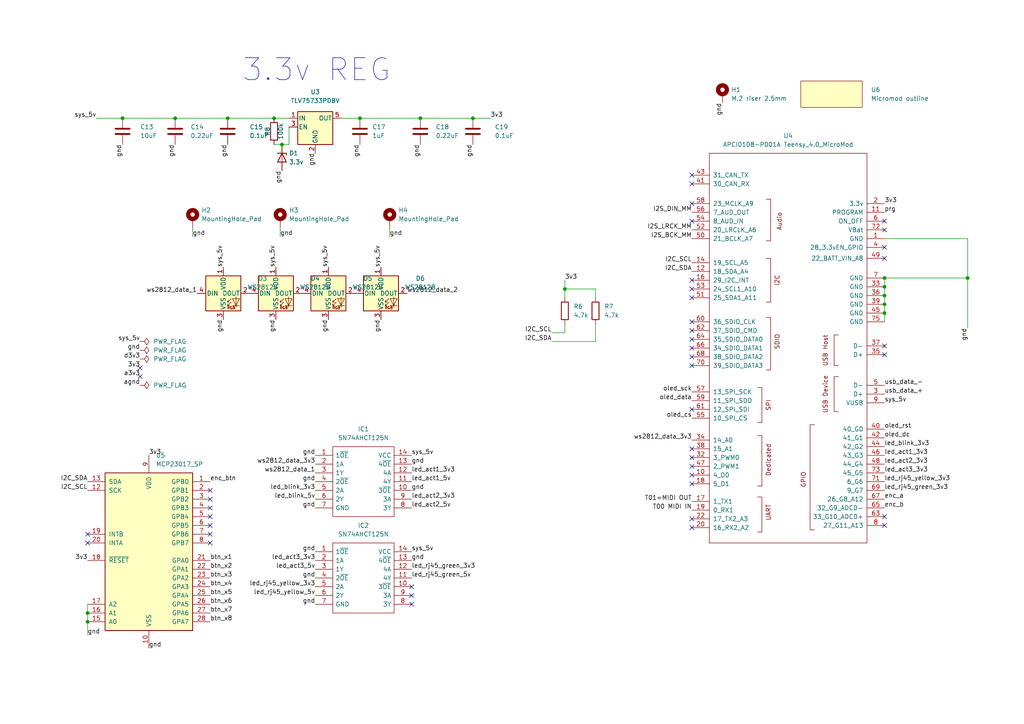
<source format=kicad_sch>
(kicad_sch (version 20211123) (generator eeschema)
  (paper "A4")
  (junction (at -33.02 82.55))
  (junction (at -76.2 153.67))
  (junction (at -30.48 25.4))
  (junction (at 81.788 41.91))
  (junction (at -21.59 90.17))
  (junction (at 25.4 180.34))
  (junction (at 25.4 177.8))
  (junction (at 104.394 34.29))
  (junction (at -30.48 57.15))
  (junction (at 79.502 34.29))
  (junction (at 163.83 83.82))
  (junction (at 121.92 34.29))
  (junction (at -100.33 25.4))
  (junction (at 35.56 34.29))
  (junction (at 256.54 88.265))
  (junction (at -48.26 25.4))
  (junction (at -86.36 74.93))
  (junction (at -21.59 82.55))
  (junction (at 50.8 34.29))
  (junction (at -93.98 25.4))
  (junction (at 256.54 85.725))
  (junction (at -33.02 74.93))
  (junction (at 256.54 90.805))
  (junction (at 280.67 80.645))
  (junction (at 137.16 34.29))
  (junction (at -69.85 161.29))
  (junction (at -109.22 156.21))
  (junction (at -109.22 163.83))
  (junction (at -86.36 69.85))
  (junction (at 256.54 83.185))
  (junction (at -25.4 25.4))
  (junction (at -36.83 54.61))
  (junction (at 66.04 34.29))
  (junction (at 256.54 80.645))
  (no_connect (at 200.66 132.715))
  (no_connect (at 256.54 64.135))
  (no_connect (at 200.66 50.8))
  (no_connect (at 256.54 66.675))
  (no_connect (at 60.96 154.94))
  (no_connect (at 60.96 157.48))
  (no_connect (at 200.66 59.055))
  (no_connect (at 200.66 137.795))
  (no_connect (at 25.4 157.48))
  (no_connect (at 25.4 154.94))
  (no_connect (at 200.66 153.035))
  (no_connect (at 200.66 86.36))
  (no_connect (at 119.38 170.18))
  (no_connect (at 60.96 152.4))
  (no_connect (at 200.66 106.045))
  (no_connect (at 200.66 103.505))
  (no_connect (at -81.28 156.21))
  (no_connect (at 200.66 135.255))
  (no_connect (at 200.66 100.965))
  (no_connect (at 119.38 172.72))
  (no_connect (at 256.54 102.87))
  (no_connect (at 256.54 74.93))
  (no_connect (at 200.66 95.885))
  (no_connect (at 200.66 83.82))
  (no_connect (at 256.54 149.86))
  (no_connect (at 200.66 140.335))
  (no_connect (at 200.66 118.745))
  (no_connect (at 60.96 149.86))
  (no_connect (at 200.66 81.28))
  (no_connect (at -77.47 62.23))
  (no_connect (at 40.64 106.68))
  (no_connect (at 60.96 142.24))
  (no_connect (at 200.66 93.345))
  (no_connect (at 256.54 152.4))
  (no_connect (at 200.66 150.495))
  (no_connect (at 119.38 175.26))
  (no_connect (at 60.96 147.32))
  (no_connect (at 200.66 98.425))
  (no_connect (at 200.66 53.34))
  (no_connect (at 40.64 109.22))
  (no_connect (at 256.54 100.33))
  (no_connect (at 200.66 130.175))
  (no_connect (at 60.96 144.78))
  (no_connect (at 200.66 64.135))
  (no_connect (at 256.54 71.755))
  (wire (pts (xy 121.92 34.29) (xy 104.394 34.29)))
  (wire (pts (xy -48.26 91.44) (xy -48.26 85.09)))
  (wire (pts (xy -48.26 25.4) (xy -48.26 27.94)))
  (wire (pts (xy -109.22 163.83) (xy -98.425 163.83)))
  (wire (pts (xy 25.4 180.34) (xy 25.4 184.15)))
  (wire (pts (xy -30.48 57.15) (xy -30.48 59.69)))
  (wire (pts (xy -81.28 163.83) (xy -78.74 163.83)))
  (wire (pts (xy -33.02 90.17) (xy -21.59 90.17)))
  (wire (pts (xy 79.502 34.29) (xy 83.82 34.29)))
  (wire (pts (xy -81.28 161.29) (xy -69.85 161.29)))
  (wire (pts (xy 81.28 68.58) (xy 81.28 66.04)))
  (wire (pts (xy -67.31 91.44) (xy -48.26 91.44)))
  (wire (pts (xy 256.54 85.725) (xy 256.54 88.265)))
  (wire (pts (xy 113.03 68.58) (xy 113.03 66.04)))
  (wire (pts (xy -21.59 82.55) (xy -33.02 82.55)))
  (wire (pts (xy -109.22 156.21) (xy -96.52 156.21)))
  (wire (pts (xy 256.54 80.645) (xy 280.67 80.645)))
  (wire (pts (xy -52.07 69.85) (xy -48.26 69.85)))
  (wire (pts (xy -36.83 54.61) (xy -36.83 59.69)))
  (wire (pts (xy -69.85 161.29) (xy -67.945 161.29)))
  (wire (pts (xy -98.425 163.83) (xy -98.425 161.29)))
  (wire (pts (xy -52.07 74.93) (xy -33.02 74.93)))
  (wire (pts (xy -76.2 153.67) (xy -67.31 153.67)))
  (wire (pts (xy 50.8 34.29) (xy 66.04 34.29)))
  (wire (pts (xy -81.28 153.67) (xy -76.2 153.67)))
  (wire (pts (xy -33.02 25.4) (xy -30.48 25.4)))
  (wire (pts (xy 104.394 34.29) (xy 99.06 34.29)))
  (wire (pts (xy 137.16 34.29) (xy 121.92 34.29)))
  (wire (pts (xy 172.72 83.82) (xy 163.83 83.82)))
  (wire (pts (xy 172.72 99.06) (xy 172.72 93.98)))
  (wire (pts (xy -44.45 54.61) (xy -36.83 54.61)))
  (wire (pts (xy -36.83 54.61) (xy -36.83 52.07)))
  (wire (pts (xy -100.33 25.4) (xy -93.98 25.4)))
  (wire (pts (xy -83.82 54.61) (xy -77.47 54.61)))
  (wire (pts (xy -86.36 67.31) (xy -77.47 67.31)))
  (wire (pts (xy -86.36 74.93) (xy -77.47 74.93)))
  (wire (pts (xy -86.36 69.85) (xy -86.36 74.93)))
  (wire (pts (xy 83.82 41.91) (xy 81.788 41.91)))
  (wire (pts (xy 172.72 86.36) (xy 172.72 83.82)))
  (wire (pts (xy -52.07 77.47) (xy -48.26 77.47)))
  (wire (pts (xy 160.02 96.52) (xy 163.83 96.52)))
  (wire (pts (xy -120.65 163.83) (xy -109.22 163.83)))
  (wire (pts (xy 256.54 83.185) (xy 256.54 85.725)))
  (wire (pts (xy 25.4 175.26) (xy 25.4 177.8)))
  (wire (pts (xy -30.48 57.15) (xy -25.4 57.15)))
  (wire (pts (xy -98.425 161.29) (xy -96.52 161.29)))
  (wire (pts (xy 256.54 90.805) (xy 256.54 93.345)))
  (wire (pts (xy 25.4 177.8) (xy 25.4 180.34)))
  (wire (pts (xy -80.01 72.39) (xy -77.47 72.39)))
  (wire (pts (xy 256.54 88.265) (xy 256.54 90.805)))
  (wire (pts (xy -36.83 52.07) (xy -25.4 52.07)))
  (wire (pts (xy -86.36 69.85) (xy -77.47 69.85)))
  (wire (pts (xy 163.83 81.28) (xy 163.83 83.82)))
  (wire (pts (xy -113.03 156.21) (xy -109.22 156.21)))
  (wire (pts (xy -39.37 82.55) (xy -33.02 82.55)))
  (wire (pts (xy -33.02 74.93) (xy -21.59 74.93)))
  (wire (pts (xy 160.02 99.06) (xy 172.72 99.06)))
  (wire (pts (xy 137.16 34.29) (xy 142.24 34.29)))
  (wire (pts (xy -67.31 82.55) (xy -67.31 91.44)))
  (wire (pts (xy -44.45 57.15) (xy -30.48 57.15)))
  (wire (pts (xy -52.07 25.4) (xy -48.26 25.4)))
  (wire (pts (xy 256.54 80.645) (xy 256.54 83.185)))
  (wire (pts (xy 81.788 41.91) (xy 79.502 41.91)))
  (wire (pts (xy -83.82 59.69) (xy -77.47 59.69)))
  (wire (pts (xy -78.74 163.83) (xy -78.74 168.91)))
  (wire (pts (xy -10.16 90.17) (xy -21.59 90.17)))
  (wire (pts (xy 256.54 69.215) (xy 280.67 69.215)))
  (wire (pts (xy 66.04 34.29) (xy 79.502 34.29)))
  (wire (pts (xy -83.82 57.15) (xy -77.47 57.15)))
  (wire (pts (xy -30.48 25.4) (xy -25.4 25.4)))
  (wire (pts (xy -86.36 74.93) (xy -86.36 81.28)))
  (wire (pts (xy 280.67 80.645) (xy 280.67 95.123)))
  (wire (pts (xy 163.83 96.52) (xy 163.83 93.98)))
  (wire (pts (xy -15.24 25.4) (xy -25.4 25.4)))
  (wire (pts (xy 35.56 34.29) (xy 50.8 34.29)))
  (wire (pts (xy 163.83 83.82) (xy 163.83 86.36)))
  (wire (pts (xy 55.88 68.58) (xy 55.88 66.04)))
  (wire (pts (xy -104.14 25.4) (xy -100.33 25.4)))
  (wire (pts (xy 280.67 69.215) (xy 280.67 80.645)))
  (wire (pts (xy 27.94 34.29) (xy 35.56 34.29)))
  (wire (pts (xy 83.82 36.83) (xy 83.82 41.91)))
  (wire (pts (xy -52.07 62.23) (xy -48.26 62.23)))
  (wire (pts (xy -86.36 67.31) (xy -86.36 69.85)))
  (text "power nets:\n- gnd\n- 3v3\n- sys_5v\n- usb_5v\n\n- agnd\n- a3v3" (at -59.69 262.89 0) (effects (font (size 4 4)) (justify left bottom)))
  (text "led+midi" (at 82.55 233.68 0) (effects (font (size 5 5)) (justify left bottom)))
  (text "MAIN TOP\n\nadd test points\ndouble-check" (at -2.54 -10.16 0) (effects (font (size 5 5) (thickness 1) bold) (justify left bottom)))
  (text "oled" (at 6.35 233.68 0) (effects (font (size 5 5)) (justify left bottom)))
  (text "pwr+usb" (at 38.1 233.68 0) (effects (font (size 5 5)) (justify left bottom)))
  (text "ws2812b flow:\n\nteensy3v3 > 125n >_1-> onboard leds >_2>tobottom" (at 62.23 280.67 0) (effects (font (size 1.27 1.27)) (justify left bottom)))
  (text "MIDI IN" (at -111.76 146.05 0) (effects (font (size 5.08 5.08)) (justify left bottom)))
  (text "audio" (at 173.99 229.87 0) (effects (font (size 5 5)) (justify left bottom)))
  (text "to bottom" (at 71.12 219.71 0) (effects (font (size 5 5)) (justify left bottom)))
  (text "MIDI OUT" (at -41.91 153.035 0) (effects (font (size 5.08 5.08)) (justify left bottom)))
  (text "3.3v REG" (at 70.104 24.13 0) (effects (font (size 6.35 6.35)) (justify left bottom)))
  (text "DAC - PCM5102A" (at -109.22 12.7 0) (effects (font (size 6.35 6.35)) (justify left bottom)))
  (text "GND DIN pin is NC" (at -127 171.45 0) (effects (font (size 2 2)) (justify left bottom)))
  (text "buttons" (at 128.27 224.79 0) (effects (font (size 5 5)) (justify left bottom)))
  (label "led_rj45_green_5v" (at 119.38 167.64 0))
  (label "I2S_LRCK_MM" (at -91.44 54.61 180))
  (label "led_rj45_yellow_3v3" (at 91.44 170.18 180))
  (label "3v3" (at 256.54 59.055 0))
  (label "gnd" (at 11.43 237.49 180))
  (label "oled_rst" (at 256.54 124.46 0))
  (label "enc_btn" (at 138.43 251.46 180))
  (label "gnd" (at 110.49 92.71 270))
  (label "gnd" (at 40.64 101.6 180))
  (label "gnd" (at 119.38 142.24 0))
  (label "I2C_SCL" (at 200.66 76.2 180))
  (label "gnd" (at 81.788 49.53 270))
  (label "gnd" (at 91.44 132.08 180))
  (label "agnd" (at 176.53 233.68 180))
  (label "midi_out_ring" (at 92.71 262.89 180))
  (label "btn_x1" (at 60.96 162.56 0))
  (label "sys_5v" (at 54.61 241.3 180))
  (label "btn_x3" (at 138.43 236.22 180))
  (label "led_rj45_green_3v3" (at 256.54 142.24 0))
  (label "a3v3" (at 40.64 109.22 180))
  (label "gnd" (at 280.67 95.123 270))
  (label "led_act3_3v3" (at 256.54 137.16 0))
  (label "led_act1_3v3" (at 256.54 132.08 0))
  (label "btn_x7" (at 138.43 246.38 180))
  (label "I2C_SDA" (at 160.02 99.06 180))
  (label "gnd" (at -100.33 33.02 270))
  (label "sys_5v" (at 119.38 132.08 0))
  (label "gnd" (at -86.36 81.28 270))
  (label "3v3" (at 163.83 81.28 0))
  (label "gnd" (at 91.44 44.45 270))
  (label "btn_x6" (at 60.96 175.26 0))
  (label "led_act1_3v3" (at 119.38 137.16 0))
  (label "3v3" (at 11.43 240.03 180))
  (label "d3v3" (at 40.64 104.14 180))
  (label "ws2812_data_2" (at 118.11 85.09 0))
  (label "btn_x5" (at 138.43 241.3 180))
  (label "led_act3_3v3" (at 91.44 162.56 180))
  (label "gnd" (at 81.28 68.58 0))
  (label "gnd" (at 95.25 92.71 270))
  (label "led_blink_5v" (at 91.44 144.78 180))
  (label "midi_out_tip" (at -33.02 166.37 180))
  (label "usb_data_+" (at 256.54 114.3 0))
  (label "gnd" (at 209.55 29.845 270))
  (label "T01=MIDI OUT" (at 200.66 145.415 180))
  (label "T01=MIDI OUT" (at -25.4 166.37 0))
  (label "gnd" (at 91.44 175.26 180))
  (label "aleft" (at 176.53 236.22 180))
  (label "d3v3" (at -52.07 25.4 180))
  (label "ws2812_data_1" (at 57.15 85.09 180))
  (label "led_blink_3v3" (at 256.54 129.54 0))
  (label "prg" (at 54.61 238.76 180))
  (label "sys_5v" (at 64.77 77.47 90))
  (label "3v3" (at 43.18 132.08 0))
  (label "led_act3_5v" (at 92.71 247.65 180))
  (label "midi_in_tip" (at 92.71 260.35 180))
  (label "I2S_LRCK_MM" (at 200.66 66.675 180))
  (label "oled_data" (at 11.43 245.11 180))
  (label "gnd" (at 43.18 187.96 0))
  (label "gnd" (at 119.38 134.62 0))
  (label "d3v3" (at -64.77 49.53 90))
  (label "btn_x4" (at 138.43 238.76 180))
  (label "d3v3" (at -10.16 90.17 0))
  (label "3v3" (at 25.4 162.56 180))
  (label "3v3" (at -104.14 25.4 180))
  (label "prg" (at 256.54 61.595 0))
  (label "3v3" (at -69.85 168.91 270))
  (label "agnd" (at -25.4 33.02 270))
  (label "gnd" (at 104.394 41.91 270))
  (label "led_blink_3v3" (at 91.44 142.24 180))
  (label "I2S_BCK_MM" (at -91.44 59.69 180))
  (label "btn_x1" (at 138.43 231.14 180))
  (label "a3v3" (at -67.31 49.53 90))
  (label "I2C_SDA" (at 25.4 139.7 180))
  (label "oled_dc" (at 11.43 250.19 180))
  (label "gnd" (at 92.71 237.49 180))
  (label "sys_5v" (at 110.49 77.47 90))
  (label "sys_5v" (at 95.25 77.47 90))
  (label "enc_btn" (at 60.96 139.7 0))
  (label "sys_5v" (at 256.54 116.84 0))
  (label "agnd" (at -62.23 82.55 270))
  (label "btn_x2" (at 60.96 165.1 0))
  (label "I2C_SDA" (at 200.66 78.74 180))
  (label "ws2812_data_3v3" (at 91.44 134.62 180))
  (label "led_act1_5v" (at 119.38 139.7 0))
  (label "btn_x6" (at 138.43 243.84 180))
  (label "gnd" (at 91.44 147.32 180))
  (label "sys_5v" (at 80.01 77.47 90))
  (label "midi_out_ring" (at -33.02 161.29 180))
  (label "d3v3" (at -88.9 25.4 0))
  (label "sys_5v" (at 40.64 99.06 180))
  (label "I2S_DIN_MM" (at -91.44 57.15 180))
  (label "a3v3" (at -15.24 25.4 0))
  (label "gnd" (at -93.98 33.02 270))
  (label "3v3" (at -25.4 161.29 0))
  (label "gnd" (at 137.16 41.91 270))
  (label "I2C_SCL" (at 160.02 96.52 180))
  (label "led_act2_3v3" (at 256.54 134.62 0))
  (label "gnd" (at 35.56 41.91 270))
  (label "gnd" (at 113.03 68.58 0))
  (label "sys_5v" (at 27.94 34.29 180))
  (label "ws2812_data_1" (at 91.44 137.16 180))
  (label "btn_x8" (at 60.96 180.34 0))
  (label "agnd" (at -36.83 67.31 270))
  (label "midi_in_ring" (at -120.65 156.21 180))
  (label "agnd" (at 40.64 111.76 180))
  (label "btn_x5" (at 60.96 172.72 0))
  (label "btn_x2" (at 138.43 233.68 180))
  (label "gnd" (at 138.43 228.6 180))
  (label "usb_5v" (at 54.61 251.46 180))
  (label "oled_sck" (at 200.66 113.665 180))
  (label "usb_data_-" (at 54.61 248.92 180))
  (label "agnd" (at -30.48 67.31 270))
  (label "gnd" (at -39.37 82.55 180))
  (label "sys_5v" (at 119.38 160.02 0))
  (label "aleft" (at -25.4 52.07 0))
  (label "aright" (at -25.4 57.15 0))
  (label "midi_in_tip" (at -120.65 163.83 180))
  (label "oled_rst" (at 11.43 247.65 180))
  (label "led_rj45_yellow_5v" (at 91.44 172.72 180))
  (label "btn_x8" (at 138.43 248.92 180))
  (label "led_rj45_yellow_3v3" (at 256.54 139.7 0))
  (label "gnd" (at -76.2 158.75 270))
  (label "oled_data" (at 200.66 116.205 180))
  (label "ws2812_data_2" (at 92.71 255.27 180))
  (label "T00 MIDI IN" (at -67.945 161.29 0))
  (label "enc_b" (at 256.54 147.32 0))
  (label "oled_cs" (at 200.66 121.285 180))
  (label "led_act2_5v" (at 119.38 147.32 0))
  (label "led_rj45_yellow_5v" (at 92.71 250.19 180))
  (label "usb_data_-" (at 256.54 111.76 0))
  (label "gnd" (at 66.04 41.91 270))
  (label "I2C_SCL" (at 25.4 142.24 180))
  (label "enc_b" (at 138.43 256.54 180))
  (label "led_blink_5v" (at 92.71 240.03 180))
  (label "usb_data_+" (at 54.61 246.38 180))
  (label "gnd" (at 64.77 92.71 270))
  (label "3v3" (at 40.64 106.68 180))
  (label "gnd" (at 54.61 236.22 180))
  (label "I2S_BCK_MM" (at 200.66 69.215 180))
  (label "gnd" (at -64.77 82.55 270))
  (label "3v3" (at 142.24 34.29 0))
  (label "midi_out_tip" (at 92.71 265.43 180))
  (label "3v3" (at 54.61 243.84 180))
  (label "ws2812_data_3v3" (at 200.66 127.635 180))
  (label "oled_cs" (at 11.43 252.73 180))
  (label "gnd" (at 80.01 92.71 270))
  (label "gnd" (at 91.44 160.02 180))
  (label "btn_x7" (at 60.96 177.8 0))
  (label "led_rj45_green_3v3" (at 119.38 165.1 0))
  (label "gnd" (at 121.92 41.91 270))
  (label "gnd" (at 25.4 184.15 0))
  (label "led_act1_5v" (at 92.71 242.57 180))
  (label "enc_a" (at 138.43 254 180))
  (label "T00 MIDI IN" (at 200.66 147.955 180))
  (label "led_rj45_green_5v" (at 92.71 252.73 180))
  (label "led_act2_3v3" (at 119.38 144.78 0))
  (label "led_act3_5v" (at 91.44 165.1 180))
  (label "enc_a" (at 256.54 144.78 0))
  (label "gnd" (at -78.74 168.91 270))
  (label "midi_in_ring" (at 92.71 257.81 180))
  (label "I2S_DIN_MM" (at 200.66 61.595 180))
  (label "gnd" (at 55.88 68.58 0))
  (label "btn_x3" (at 60.96 167.64 0))
  (label "aright" (at 176.53 238.76 180))
  (label "sys_5v" (at -67.31 153.67 0))
  (label "oled_sck" (at 11.43 242.57 180))
  (label "d3v3" (at -80.01 72.39 180))
  (label "gnd" (at 50.8 41.91 270))
  (label "led_act2_5v" (at 92.71 245.11 180))
  (label "btn_x4" (at 60.96 170.18 0))
  (label "agnd" (at -30.48 33.02 270))
  (label "oled_dc" (at 256.54 127 0))
  (label "gnd" (at 91.44 167.64 180))
  (label "gnd" (at 119.38 162.56 0))
  (label "gnd" (at 91.44 139.7 180))
  (label "a3v3" (at -62.23 49.53 90))
  (label "gnd" (at -40.64 35.56 270))
  (symbol (lib_id "Teensy_4.0_MicroMod:Teensy_4.0_MicroMod") (at 228.6 81.915 0) (unit 1)
    (property "Reference" "U4" (at 228.6 39.37 0))
    (property "Value" "APCI0108-P001A Teensy_4.0_MicroMod" (at 228.6 41.91 0))
    (property "Footprint" "SamacSys_Parts:21992304" (effects hide))
    (property "LCSC part number" "C841659" (effects hide))
    (property "verif" "1" (effects hide))
    (property "LCSC" "C841659" (effects hide))
  )
  (symbol (lib_id "Device:C") (at 35.56 38.1 0) (unit 1)
    (property "Reference" "C13" (at 40.64 36.8299 0) (effects (justify left)))
    (property "Value" "10uF" (at 40.64 39.3699 0) (effects (justify left)))
    (property "Footprint" "Capacitor_SMD:C_0805_2012Metric" (effects hide))
    (property "LCSC part number" "C15850" (effects hide))
    (property "verif" "1" (effects hide))
    (property "LCSC" "C15850" (effects hide))
  )
  (symbol (lib_id "Device:R") (at -29.21 166.37 90) (unit 1)
    (property "Reference" "R13" (at -29.21 160.655 90))
    (property "Value" "47R" (at -29.21 163.195 90))
    (property "Footprint" "Resistor_SMD:R_1206_3216Metric" (effects hide))
    (property "LCSC part number" "C17969" (effects hide))
    (property "verif" "1" (effects hide))
    (property "LCSC" "C17969" (effects hide))
  )
  (symbol (lib_id "Device:C") (at 121.92 38.1 0) (unit 1)
    (property "Reference" "C18" (at 126.365 36.8299 0) (effects (justify left)))
    (property "Value" "0.22uF" (at 126.365 39.3699 0) (effects (justify left)))
    (property "Footprint" "Capacitor_SMD:C_0805_2012Metric" (effects hide))
    (property "LCSC part number" "C5378" (effects hide))
    (property "verif" "1" (effects hide))
    (property "LCSC" "C5378" (effects hide))
  )
  (symbol (lib_id "Device:R") (at -48.26 54.61 90) (unit 1)
    (property "Reference" "R4" (at -44.45 53.34 90))
    (property "Value" "470R" (at -48.26 54.61 90))
    (property "Footprint" "Resistor_SMD:R_1206_3216Metric" (effects hide))
    (property "LCSC part number" "C4502" (effects hide))
    (property "verif" "1" (effects hide))
    (property "LCSC" "C4502" (effects hide))
  )
  (symbol (lib_id "Interface_Expansion:MCP23017_SP") (at 43.18 160.02 0) (unit 1) (in_bom no)
    (property "Reference" "U5" (at 45.1994 132.08 0) (effects (justify left)))
    (property "Value" "MCP23017_SP" (at 45.1994 134.62 0) (effects (justify left)))
    (property "Footprint" "Package_DIP:DIP-28_W7.62mm" (effects hide))
    (property "Datasheet" "http://ww1.microchip.com/downloads/en/DeviceDoc/20001952C.pdf" (effects hide))
  )
  (symbol (lib_id "Device:C") (at -25.4 29.21 0) (unit 1)
    (property "Reference" "C12" (at -20.32 27.9399 0) (effects (justify left)))
    (property "Value" "0.1uF" (at -20.32 30.4799 0) (effects (justify left)))
    (property "Footprint" "Capacitor_SMD:C_0805_2012Metric" (effects hide))
    (property "LCSC part number" "C49678" (effects hide))
    (property "verif" "1" (effects hide))
    (property "LCSC" "C49678" (effects hide))
  )
  (symbol (lib_id "Mechanical:MountingHole_Pad") (at 209.55 27.305 0) (unit 1)
    (property "Reference" "H1" (at 212.09 26.0349 0) (effects (justify left)))
    (property "Value" "M.2 riser 2.5mm" (at 212.09 28.5749 0) (effects (justify left)))
    (property "Footprint" "clarinoid2:Sinhoo SMTSO2530CTJ" (effects hide))
    (property "LCSC part number" "C2915630" (effects hide))
    (property "verif" "1" (effects hide))
    (property "LCSC" "C2915630" (effects hide))
  )
  (symbol (lib_id "Device:C") (at 66.04 38.1 0) (unit 1)
    (property "Reference" "C15" (at 72.39 36.8299 0) (effects (justify left)))
    (property "Value" "0.1uF" (at 72.39 39.3699 0) (effects (justify left)))
    (property "Footprint" "Capacitor_SMD:C_0805_2012Metric" (effects hide))
    (property "LCSC part number" "C49678" (effects hide))
    (property "verif" "1" (effects hide))
    (property "LCSC" "C49678" (effects hide))
  )
  (symbol (lib_id "Device:R") (at 172.72 90.17 180) (unit 1)
    (property "Reference" "R7" (at 175.26 88.8999 0) (effects (justify right)))
    (property "Value" "4.7k" (at 175.26 91.4399 0) (effects (justify right)))
    (property "Footprint" "Resistor_SMD:R_1206_3216Metric" (effects hide))
    (property "LCSC part number" "C17936" (effects hide))
    (property "verif" "1" (effects hide))
    (property "LCSC" "C17936" (effects hide))
  )
  (symbol (lib_id "Connector_Generic:Conn_01x12") (at 143.51 241.3 0) (unit 1)
    (property "Reference" "J4" (at 146.05 241.2999 0) (effects (justify left)))
    (property "Value" "Conn_01x12" (at 146.05 243.8399 0) (effects (justify left)))
    (property "Footprint" "Connector_PinHeader_2.54mm:PinHeader_1x12_P2.54mm_Vertical" (effects hide))
  )
  (symbol (lib_id "Device:C") (at -36.83 63.5 0) (unit 1)
    (property "Reference" "C5" (at -31.75 62.2299 0) (effects (justify left)))
    (property "Value" "2.2uF" (at -31.75 64.7699 0) (effects (justify left)))
    (property "Footprint" "Capacitor_SMD:C_0805_2012Metric" (effects hide))
    (property "LCSC part number" "C49217" (effects hide))
    (property "verif" "1" (effects hide))
    (property "LCSC" "C49217" (effects hide))
  )
  (symbol (lib_id "Connector_Generic:Conn_01x07") (at 59.69 243.84 0) (unit 1)
    (property "Reference" "J2" (at 62.23 242.5699 0) (effects (justify left)))
    (property "Value" "Conn_01x07" (at 62.23 245.1099 0) (effects (justify left)))
    (property "Footprint" "Connector_PinHeader_2.54mm:PinHeader_1x07_P2.54mm_Vertical" (effects hide))
  )
  (symbol (lib_id "Isolator:6N138") (at -88.9 158.75 0) (unit 1)
    (property "Reference" "U7" (at -88.9 146.685 0))
    (property "Value" "6N138" (at -88.9 149.225 0))
    (property "Footprint" "Package_DIP:DIP-8_W7.62mm" (effects hide))
    (property "Datasheet" "http://www.onsemi.com/pub/Collateral/HCPL2731-D.pdf" (effects hide))
    (property "LCSC part number" "C571211" (effects hide))
    (property "verif" "1" (effects hide))
    (property "LCSC" "C571211" (effects hide))
  )
  (symbol (lib_id "Device:C") (at -21.59 78.74 0) (unit 1)
    (property "Reference" "C9" (at -16.51 77.4699 0) (effects (justify left)))
    (property "Value" "0.1uF" (at -16.51 80.0099 0) (effects (justify left)))
    (property "Footprint" "Capacitor_SMD:C_0805_2012Metric" (effects hide))
    (property "LCSC part number" "C49678" (effects hide))
    (property "verif" "1" (effects hide))
    (property "LCSC" "C49678" (effects hide))
  )
  (symbol (lib_id "LED:WS2812B") (at 80.01 85.09 0) (unit 1)
    (property "Reference" "D4" (at 91.44 80.7593 0))
    (property "Value" "WS2812B" (at 91.44 83.2993 0))
    (property "Footprint" "LED_SMD:LED_WS2812B_PLCC4_5.0x5.0mm_P3.2mm" (effects hide))
    (property "Datasheet" "https://cdn-shop.adafruit.com/datasheets/WS2812B.pdf" (effects hide))
  )
  (symbol (lib_id "Device:C") (at -100.33 29.21 0) (unit 1)
    (property "Reference" "C1" (at -95.885 27.9399 0) (effects (justify left)))
    (property "Value" "10uF" (at -95.885 30.4799 0) (effects (justify left)))
    (property "Footprint" "Capacitor_SMD:C_0805_2012Metric" (effects hide))
    (property "LCSC part number" "C15850" (effects hide))
    (property "verif" "1" (effects hide))
    (property "LCSC" "C15850" (effects hide))
  )
  (symbol (lib_id "LED:WS2812B") (at 64.77 85.09 0) (unit 1)
    (property "Reference" "D3" (at 76.2 80.7593 0))
    (property "Value" "WS2812B" (at 76.2 83.2993 0))
    (property "Footprint" "LED_SMD:LED_WS2812B_PLCC4_5.0x5.0mm_P3.2mm" (effects hide))
    (property "Datasheet" "https://cdn-shop.adafruit.com/datasheets/WS2812B.pdf" (effects hide))
  )
  (symbol (lib_id "Device:C") (at -48.26 81.28 0) (unit 1)
    (property "Reference" "C4" (at -48.26 83.82 0) (effects (justify left)))
    (property "Value" "2.2uF" (at -48.26 86.36 0) (effects (justify left)))
    (property "Footprint" "Capacitor_SMD:C_0805_2012Metric" (effects hide))
    (property "LCSC part number" "C49217" (effects hide))
    (property "verif" "1" (effects hide))
    (property "LCSC" "C49217" (effects hide))
  )
  (symbol (lib_id "Device:R") (at 79.502 38.1 180) (unit 1)
    (property "Reference" "R8" (at 77.597 38.1 90))
    (property "Value" "100k" (at 81.407 38.1 90))
    (property "Footprint" "Resistor_SMD:R_1206_3216Metric" (effects hide))
    (property "LCSC part number" "C17900" (effects hide))
    (property "verif" "1" (effects hide))
    (property "LCSC" "C17900" (effects hide))
  )
  (symbol (lib_id "Device:C") (at -33.02 78.74 0) (unit 1)
    (property "Reference" "C6" (at -28.575 77.4699 0) (effects (justify left)))
    (property "Value" "10uF" (at -28.575 80.0099 0) (effects (justify left)))
    (property "Footprint" "Capacitor_SMD:C_0805_2012Metric" (effects hide))
    (property "LCSC part number" "C15850" (effects hide))
    (property "verif" "1" (effects hide))
    (property "LCSC" "C15850" (effects hide))
  )
  (symbol (lib_id "Device:C") (at 104.394 38.1 0) (unit 1)
    (property "Reference" "C17" (at 107.95 36.8299 0) (effects (justify left)))
    (property "Value" "1uF" (at 107.95 39.3699 0) (effects (justify left)))
    (property "Footprint" "Capacitor_SMD:C_0805_2012Metric" (effects hide))
    (property "LCSC part number" "C28323" (effects hide))
    (property "verif" "1" (effects hide))
    (property "LCSC" "C28323" (effects hide))
  )
  (symbol (lib_id "Device:C") (at -33.02 86.36 0) (unit 1)
    (property "Reference" "C7" (at -28.575 85.0899 0) (effects (justify left)))
    (property "Value" "10uF" (at -28.575 87.6299 0) (effects (justify left)))
    (property "Footprint" "Capacitor_SMD:C_0805_2012Metric" (effects hide))
    (property "LCSC part number" "C15850" (effects hide))
    (property "verif" "1" (effects hide))
    (property "LCSC" "C15850" (effects hide))
  )
  (symbol (lib_id "Device:R") (at -69.85 165.1 180) (unit 1)
    (property "Reference" "R11" (at -68.58 164.465 0) (effects (justify right)))
    (property "Value" "470R" (at -69.85 167.005 90) (effects (justify right)))
    (property "Footprint" "Resistor_SMD:R_1206_3216Metric" (effects hide))
    (property "LCSC part number" "C4502" (effects hide))
    (property "verif" "1" (effects hide))
    (property "LCSC" "C4502" (effects hide))
  )
  (symbol (lib_id "power:PWR_FLAG") (at 40.64 111.76 270) (unit 1)
    (property "Reference" "#FLG0109" (effects hide))
    (property "Value" "PWR_FLAG" (at 44.45 111.7599 90) (effects (justify left)))
  )
  (symbol (lib_id "Device:D_Zener") (at 81.788 45.72 270) (unit 1)
    (property "Reference" "D1" (at 83.82 44.4499 90) (effects (justify left)))
    (property "Value" "3.3v" (at 83.82 46.9899 90) (effects (justify left)))
    (property "Footprint" "Diode_SMD:D_MiniMELF" (effects hide))
    (property "LCSC part number" "C393436" (effects hide))
    (property "verif" "1" (effects hide))
    (property "LCSC" "C393436" (effects hide))
  )
  (symbol (lib_id "Connector_Generic:Conn_01x07") (at 16.51 245.11 0) (unit 1)
    (property "Reference" "J1" (at 19.05 243.8399 0) (effects (justify left)))
    (property "Value" "Conn_01x07" (at 19.05 246.3799 0) (effects (justify left)))
    (property "Footprint" "Connector_PinHeader_2.54mm:PinHeader_1x07_P2.54mm_Vertical" (effects hide))
  )
  (symbol (lib_id "Device:R") (at -116.84 156.21 90) (unit 1)
    (property "Reference" "R10" (at -116.84 150.495 90))
    (property "Value" "220R" (at -116.84 153.035 90))
    (property "Footprint" "Resistor_SMD:R_1206_3216Metric" (effects hide))
    (property "LCSC part number" "C17957" (effects hide))
    (property "verif" "1" (effects hide))
    (property "LCSC" "C17957" (effects hide))
  )
  (symbol (lib_id "power:PWR_FLAG") (at 40.64 101.6 270) (unit 1)
    (property "Reference" "#FLG0101" (effects hide))
    (property "Value" "PWR_FLAG" (at 44.45 101.5999 90) (effects (justify left)))
  )
  (symbol (lib_id "Device:C") (at 50.8 38.1 0) (unit 1)
    (property "Reference" "C14" (at 55.245 36.8299 0) (effects (justify left)))
    (property "Value" "0.22uF" (at 55.245 39.3699 0) (effects (justify left)))
    (property "Footprint" "Capacitor_SMD:C_0805_2012Metric" (effects hide))
    (property "LCSC part number" "C5378" (effects hide))
    (property "verif" "1" (effects hide))
    (property "LCSC" "C5378" (effects hide))
  )
  (symbol (lib_id "Device:C") (at -93.98 29.21 0) (unit 1)
    (property "Reference" "C2" (at -88.9 27.9399 0) (effects (justify left)))
    (property "Value" "0.1uF" (at -88.9 30.4799 0) (effects (justify left)))
    (property "Footprint" "Capacitor_SMD:C_0805_2012Metric" (effects hide))
    (property "LCSC part number" "C49678" (effects hide))
    (property "verif" "1" (effects hide))
    (property "LCSC" "C49678" (effects hide))
  )
  (symbol (lib_id "Device:R") (at -87.63 59.69 90) (unit 1)
    (property "Reference" "R3" (at -82.55 58.42 90))
    (property "Value" "22R" (at -87.63 59.69 90))
    (property "Footprint" "Resistor_SMD:R_1206_3216Metric" (effects hide))
    (property "LCSC part number" "C17958" (effects hide))
    (property "verif" "1" (effects hide))
    (property "LCSC" "C17958" (effects hide))
  )
  (symbol (lib_id "power:PWR_FLAG") (at 40.64 99.06 270) (unit 1)
    (property "Reference" "#FLG01" (effects hide))
    (property "Value" "PWR_FLAG" (at 44.45 99.0599 90) (effects (justify left)))
  )
  (symbol (lib_id "Device:C") (at -48.26 66.04 0) (unit 1)
    (property "Reference" "C3" (at -43.18 64.7699 0) (effects (justify left)))
    (property "Value" "2.2uF" (at -43.18 67.3099 0) (effects (justify left)))
    (property "Footprint" "Capacitor_SMD:C_0805_2012Metric" (effects hide))
    (property "LCSC part number" "C49217" (effects hide))
    (property "verif" "1" (effects hide))
    (property "LCSC" "C49217" (effects hide))
  )
  (symbol (lib_id "Device:R") (at -87.63 57.15 90) (unit 1)
    (property "Reference" "R2" (at -82.55 55.88 90))
    (property "Value" "22R" (at -87.63 57.15 90))
    (property "Footprint" "Resistor_SMD:R_1206_3216Metric" (effects hide))
    (property "LCSC part number" "C17958" (effects hide))
    (property "verif" "1" (effects hide))
    (property "LCSC" "C17958" (effects hide))
  )
  (symbol (lib_id "Device:NetTie_2") (at -91.44 25.4 0) (unit 1) (in_bom no)
    (property "Reference" "NT1" (at -91.44 20.955 0))
    (property "Value" "NetTie_2" (at -91.44 22.225 0))
    (property "Footprint" "NetTie:NetTie-2_SMD_Pad0.5mm" (effects hide))
    (property "verif" "1" (effects hide))
  )
  (symbol (lib_id "Connector_Generic:Conn_01x03") (at 181.61 236.22 0) (unit 1)
    (property "Reference" "J5" (at 184.15 234.9499 0) (effects (justify left)))
    (property "Value" "Conn_01x03" (at 184.15 237.4899 0) (effects (justify left)))
    (property "Footprint" "Connector_PinHeader_2.54mm:PinHeader_1x03_P2.54mm_Vertical" (effects hide))
  )
  (symbol (lib_id "Device:C_Small") (at -76.2 156.21 0) (unit 1)
    (property "Reference" "C20" (at -73.025 154.5081 0) (effects (justify left)))
    (property "Value" "0.1uF" (at -73.025 157.0481 0) (effects (justify left)))
    (property "Footprint" "Capacitor_SMD:C_0805_2012Metric" (effects hide))
    (property "LCSC part number" "C49678" (effects hide))
    (property "verif" "1" (effects hide))
    (property "LCSC" "C49678" (effects hide))
  )
  (symbol (lib_id "Regulator_Linear:TLV75733PDBV") (at 91.44 36.83 0) (unit 1)
    (property "Reference" "U3" (at 91.44 26.67 0))
    (property "Value" "TLV75733PDBV" (at 91.44 29.21 0))
    (property "Footprint" "Package_TO_SOT_SMD:SOT-23-5" (effects hide))
    (property "Datasheet" "https://www.ti.com/lit/ds/symlink/tlv757p.pdf" (effects hide))
    (property "LCSC part number" "C485517" (effects hide))
    (property "verif" "1" (effects hide))
    (property "LCSC" "C485517" (effects hide))
  )
  (symbol (lib_id "Regulator_Linear:TLV75533PDBV") (at -40.64 27.94 0) (unit 1)
    (property "Reference" "U2" (at -40.64 19.685 0))
    (property "Value" "TLV75733PDBV" (at -40.64 22.225 0))
    (property "Footprint" "Package_TO_SOT_SMD:SOT-23-5" (effects hide))
    (property "Datasheet" "http://www.ti.com/lit/ds/symlink/tlv755p.pdf" (effects hide))
    (property "LCSC part number" "C485517" (effects hide))
    (property "verif" "1" (effects hide))
    (property "LCSC" "C485517" (effects hide))
  )
  (symbol (lib_id "Device:R") (at -29.21 161.29 90) (unit 1)
    (property "Reference" "R12" (at -29.21 155.575 90))
    (property "Value" "47R" (at -29.21 158.115 90))
    (property "Footprint" "Resistor_SMD:R_1206_3216Metric" (effects hide))
    (property "LCSC part number" "C17969" (effects hide))
    (property "verif" "1" (effects hide))
    (property "LCSC" "C17969" (effects hide))
  )
  (symbol (lib_id "Device:C") (at -30.48 29.21 0) (unit 1)
    (property "Reference" "C11" (at -26.035 27.9399 0) (effects (justify left)))
    (property "Value" "10uF" (at -26.035 30.4799 0) (effects (justify left)))
    (property "Footprint" "Capacitor_SMD:C_0805_2012Metric" (effects hide))
    (property "LCSC part number" "C15850" (effects hide))
    (property "verif" "1" (effects hide))
    (property "LCSC" "C15850" (effects hide))
  )
  (symbol (lib_id "Device:C") (at 137.16 38.1 0) (unit 1)
    (property "Reference" "C19" (at 143.51 36.8299 0) (effects (justify left)))
    (property "Value" "0.1uF" (at 143.51 39.3699 0) (effects (justify left)))
    (property "Footprint" "Capacitor_SMD:C_0805_2012Metric" (effects hide))
    (property "LCSC part number" "C49678" (effects hide))
    (property "verif" "1" (effects hide))
    (property "LCSC" "C49678" (effects hide))
  )
  (symbol (lib_id "Mechanical:MountingHole_Pad") (at 81.28 63.5 0) (unit 1) (in_bom no)
    (property "Reference" "H3" (at 83.82 60.9599 0) (effects (justify left)))
    (property "Value" "MountingHole_Pad" (at 83.82 63.4999 0) (effects (justify left)))
    (property "Footprint" "MountingHole:MountingHole_3.2mm_M3" (effects hide))
  )
  (symbol (lib_id "Device:R") (at -87.63 54.61 90) (unit 1)
    (property "Reference" "R1" (at -82.55 53.34 90))
    (property "Value" "22R" (at -87.63 54.61 90))
    (property "Footprint" "Resistor_SMD:R_1206_3216Metric" (effects hide))
    (property "LCSC part number" "C17958" (effects hide))
    (property "verif" "1" (effects hide))
    (property "LCSC" "C17958" (effects hide))
  )
  (symbol (lib_id "Mechanical:MountingHole_Pad") (at 113.03 63.5 0) (unit 1) (in_bom no)
    (property "Reference" "H4" (at 115.57 60.9599 0) (effects (justify left)))
    (property "Value" "MountingHole_Pad" (at 115.57 63.4999 0) (effects (justify left)))
    (property "Footprint" "MountingHole:MountingHole_3.2mm_M3" (effects hide))
  )
  (symbol (lib_id "Device:D") (at -109.22 160.02 270) (unit 1)
    (property "Reference" "D2" (at -106.045 158.7499 90) (effects (justify left)))
    (property "Value" "1N4148WS" (at -106.045 161.2899 90) (effects (justify left)))
    (property "Footprint" "Diode_SMD:D_SOD-323" (effects hide))
    (property "LCSC part number" "C2128" (effects hide))
    (property "verif" "1" (effects hide))
    (property "LCSC" "C2128" (effects hide))
  )
  (symbol (lib_id "LED:WS2812B") (at 110.49 85.09 0) (unit 1)
    (property "Reference" "D6" (at 121.92 80.7593 0))
    (property "Value" "WS2812B" (at 121.92 83.2993 0))
    (property "Footprint" "LED_SMD:LED_WS2812B_PLCC4_5.0x5.0mm_P3.2mm" (effects hide))
    (property "Datasheet" "https://cdn-shop.adafruit.com/datasheets/WS2812B.pdf" (effects hide))
  )
  (symbol (lib_id "Device:R") (at 163.83 90.17 180) (unit 1)
    (property "Reference" "R6" (at 166.37 88.8999 0) (effects (justify right)))
    (property "Value" "4.7k" (at 166.37 91.4399 0) (effects (justify right)))
    (property "Footprint" "Resistor_SMD:R_1206_3216Metric" (effects hide))
    (property "LCSC part number" "C17936" (effects hide))
    (property "verif" "1" (effects hide))
    (property "LCSC" "C17936" (effects hide))
  )
  (symbol (lib_id "LED:WS2812B") (at 95.25 85.09 0) (unit 1)
    (property "Reference" "D5" (at 106.68 80.7593 0))
    (property "Value" "WS2812B" (at 106.68 83.2993 0))
    (property "Footprint" "LED_SMD:LED_WS2812B_PLCC4_5.0x5.0mm_P3.2mm" (effects hide))
    (property "Datasheet" "https://cdn-shop.adafruit.com/datasheets/WS2812B.pdf" (effects hide))
  )
  (symbol (lib_id "power:PWR_FLAG") (at 40.64 104.14 270) (unit 1)
    (property "Reference" "#FLG0102" (effects hide))
    (property "Value" "PWR_FLAG" (at 44.45 104.1399 90) (effects (justify left)))
  )
  (symbol (lib_id "clarinoid2:PCM5102") (at -64.77 64.77 0) (unit 1)
    (property "Reference" "U1" (at -60.2106 46.99 0) (effects (justify left)))
    (property "Value" "PCM5102A" (at -60.2106 49.53 0) (effects (justify left)))
    (property "Footprint" "Package_SO:TSSOP-20_4.4x6.5mm_P0.65mm" (effects hide))
    (property "Datasheet" "http://www.ti.com/lit/ds/symlink/pcm5102.pdf" (effects hide))
    (property "LCSC part number" "C107671" (effects hide))
    (property "verif" "1" (effects hide))
    (property "LCSC" "C107671" (effects hide))
  )
  (symbol (lib_id "Device:C") (at -21.59 86.36 0) (unit 1)
    (property "Reference" "C10" (at -16.51 85.0899 0) (effects (justify left)))
    (property "Value" "0.1uF" (at -16.51 87.6299 0) (effects (justify left)))
    (property "Footprint" "Capacitor_SMD:C_0805_2012Metric" (effects hide))
    (property "LCSC part number" "C49678" (effects hide))
    (property "verif" "1" (effects hide))
    (property "LCSC" "C49678" (effects hide))
  )
  (symbol (lib_id "Device:C") (at -30.48 63.5 0) (unit 1)
    (property "Reference" "C8" (at -25.4 62.2299 0) (effects (justify left)))
    (property "Value" "2.2uF" (at -25.4 64.7699 0) (effects (justify left)))
    (property "Footprint" "Capacitor_SMD:C_0805_2012Metric" (effects hide))
    (property "LCSC part number" "C49217" (effects hide))
    (property "verif" "1" (effects hide))
    (property "LCSC" "C49217" (effects hide))
  )
  (symbol (lib_id "SamacSys_Parts:SN74AHCT125N") (at 91.44 132.08 0) (unit 1) (in_bom no)
    (property "Reference" "IC1" (at 105.41 124.46 0))
    (property "Value" "SN74AHCT125N" (at 105.41 127 0))
    (property "Footprint" "SamacSys_Parts:DIP794W53P254L1930H508Q14N" (effects hide))
    (property "Datasheet" "http://www.ti.com/lit/gpn/sn74ahct125" (effects hide))
    (property "Description" "Quadruple Bus Buffer Gates With 3-State Outputs" (effects hide))
    (property "Height" "5.08" (effects hide))
    (property "Mouser Part Number" "595-SN74AHCT125N" (effects hide))
    (property "Mouser Price/Stock" "https://www.mouser.co.uk/ProductDetail/Texas-Instruments/SN74AHCT125N?qs=1wQRf3HkBjyxwrHMwAiMfw%3D%3D" (effects hide))
    (property "Manufacturer_Name" "Texas Instruments" (effects hide))
    (property "Manufacturer_Part_Number" "SN74AHCT125N" (effects hide))
  )
  (symbol (lib_id "SamacSys_Parts:SN74AHCT125N") (at 91.44 160.02 0) (unit 1) (in_bom no)
    (property "Reference" "IC2" (at 105.41 152.4 0))
    (property "Value" "SN74AHCT125N" (at 105.41 154.94 0))
    (property "Footprint" "SamacSys_Parts:DIP794W53P254L1930H508Q14N" (effects hide))
    (property "Datasheet" "http://www.ti.com/lit/gpn/sn74ahct125" (effects hide))
    (property "Description" "Quadruple Bus Buffer Gates With 3-State Outputs" (effects hide))
    (property "Height" "5.08" (effects hide))
    (property "Mouser Part Number" "595-SN74AHCT125N" (effects hide))
    (property "Mouser Price/Stock" "https://www.mouser.co.uk/ProductDetail/Texas-Instruments/SN74AHCT125N?qs=1wQRf3HkBjyxwrHMwAiMfw%3D%3D" (effects hide))
    (property "Manufacturer_Name" "Texas Instruments" (effects hide))
    (property "Manufacturer_Part_Number" "SN74AHCT125N" (effects hide))
  )
  (symbol (lib_id "Connector_Generic:Conn_01x12") (at 97.79 250.19 0) (unit 1)
    (property "Reference" "J3" (at 100.33 250.1899 0) (effects (justify left)))
    (property "Value" "Conn_01x12" (at 100.33 252.7299 0) (effects (justify left)))
    (property "Footprint" "Connector_PinHeader_2.54mm:PinHeader_1x12_P2.54mm_Vertical" (effects hide))
  )
  (symbol (lib_id "clarinoid2:Placeholder") (at 241.173 26.035 0) (unit 1) (in_bom no)
    (property "Reference" "U6" (at 252.603 26.0349 0) (effects (justify left)))
    (property "Value" "Micromod outline" (at 252.603 28.5749 0) (effects (justify left)))
    (property "Footprint" "clarinoid2:Teensy_4.0_MicroMod outline fab" (effects hide))
    (property "verif" "1" (effects hide))
  )
  (symbol (lib_id "Mechanical:MountingHole_Pad") (at 55.88 63.5 0) (unit 1) (in_bom no)
    (property "Reference" "H2" (at 58.42 60.9599 0) (effects (justify left)))
    (property "Value" "MountingHole_Pad" (at 58.42 63.4999 0) (effects (justify left)))
    (property "Footprint" "MountingHole:MountingHole_3.2mm_M3" (effects hide))
  )
  (symbol (lib_id "Device:R") (at -48.26 57.15 90) (unit 1)
    (property "Reference" "R5" (at -44.45 58.42 90))
    (property "Value" "470R" (at -48.26 57.15 90))
    (property "Footprint" "Resistor_SMD:R_1206_3216Metric" (effects hide))
    (property "LCSC part number" "C4502" (effects hide))
    (property "verif" "1" (effects hide))
    (property "LCSC" "C4502" (effects hide))
  )
)
</source>
